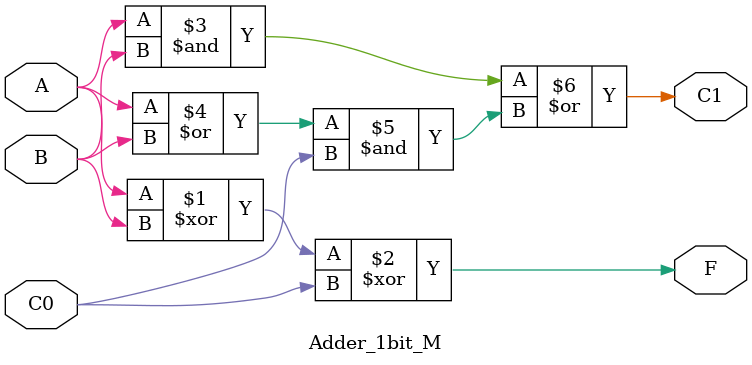
<source format=v>
`timescale 1ns / 1ps
module Adder_1bit_M(A,B,C0,C1,F);
	input A,B,C0;
	output C1,F;
	
	assign F=A^B^C0;
	assign C1=A&B | (A|B)&C0;

endmodule

</source>
